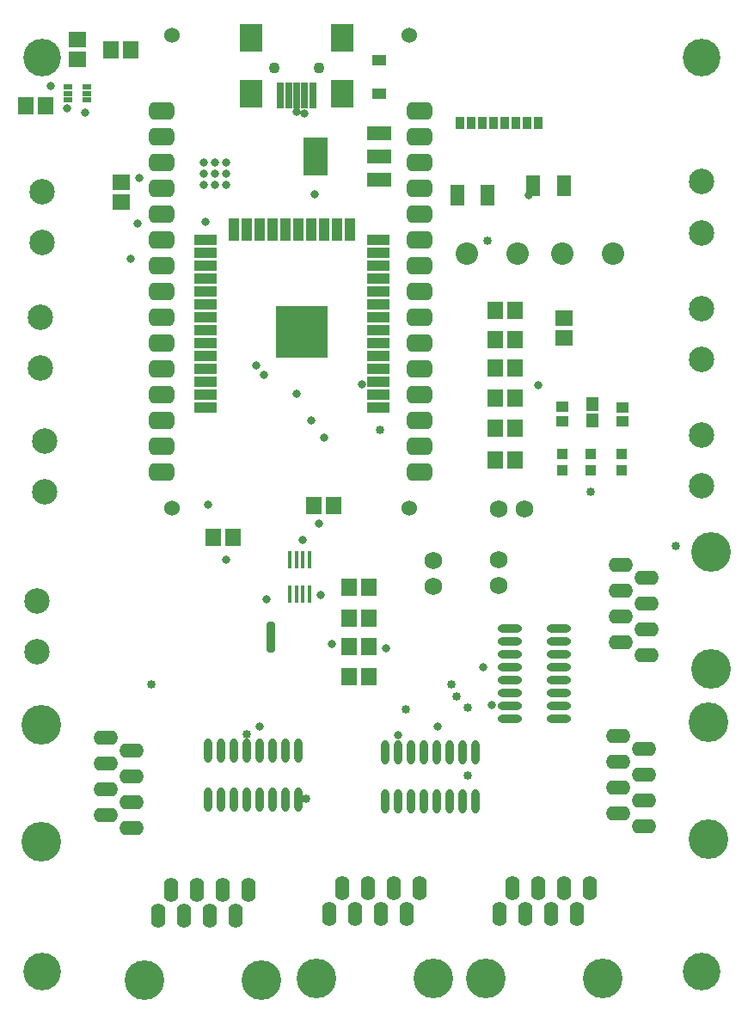
<source format=gts>
G04 Layer_Color=20142*
%FSLAX24Y24*%
%MOIN*%
G70*
G01*
G75*
%ADD34C,0.0600*%
%ADD67R,0.0690X0.0612*%
%ADD68R,0.0612X0.0690*%
%ADD69R,0.0340X0.0198*%
%ADD70O,0.0946X0.0316*%
%ADD71R,0.0173X0.0685*%
%ADD72R,0.0277X0.0986*%
%ADD73R,0.0867X0.1064*%
%ADD74R,0.0356X0.0454*%
%ADD75R,0.0950X0.1500*%
%ADD76R,0.0960X0.0560*%
%ADD77R,0.0533X0.0789*%
%ADD78R,0.0867X0.0434*%
%ADD79R,0.0434X0.0867*%
%ADD80R,0.2049X0.2049*%
%ADD81O,0.0316X0.0946*%
%ADD82R,0.0560X0.0438*%
%ADD83R,0.0415X0.0415*%
%ADD84R,0.0493X0.0434*%
%ADD85R,0.0493X0.0533*%
%ADD86C,0.0680*%
%ADD87O,0.0946X0.0552*%
%ADD88C,0.1537*%
%ADD89O,0.0552X0.0946*%
G04:AMPARAMS|DCode=90|XSize=68mil|YSize=98mil|CornerRadius=19mil|HoleSize=0mil|Usage=FLASHONLY|Rotation=270.000|XOffset=0mil|YOffset=0mil|HoleType=Round|Shape=RoundedRectangle|*
%AMROUNDEDRECTD90*
21,1,0.0680,0.0600,0,0,270.0*
21,1,0.0300,0.0980,0,0,270.0*
1,1,0.0380,-0.0300,-0.0150*
1,1,0.0380,-0.0300,0.0150*
1,1,0.0380,0.0300,0.0150*
1,1,0.0380,0.0300,-0.0150*
%
%ADD90ROUNDEDRECTD90*%
%ADD91C,0.0986*%
%ADD92C,0.0434*%
%ADD93C,0.1080*%
%ADD94C,0.0867*%
G04:AMPARAMS|DCode=95|XSize=31.5mil|YSize=118.1mil|CornerRadius=8.9mil|HoleSize=0mil|Usage=FLASHONLY|Rotation=0.000|XOffset=0mil|YOffset=0mil|HoleType=Round|Shape=RoundedRectangle|*
%AMROUNDEDRECTD95*
21,1,0.0315,0.1004,0,0,0.0*
21,1,0.0138,0.1181,0,0,0.0*
1,1,0.0177,0.0069,-0.0502*
1,1,0.0177,-0.0069,-0.0502*
1,1,0.0177,-0.0069,0.0502*
1,1,0.0177,0.0069,0.0502*
%
%ADD95ROUNDEDRECTD95*%
%ADD96C,0.0320*%
%ADD97C,0.1458*%
%ADD98C,0.0316*%
%ADD99C,0.0336*%
D34*
X16856Y29804D02*
D03*
X26052D02*
D03*
Y48135D02*
D03*
X16856D02*
D03*
D67*
X13189Y47943D02*
D03*
Y47175D02*
D03*
X32047Y36388D02*
D03*
Y37156D02*
D03*
X14882Y42431D02*
D03*
Y41663D02*
D03*
D68*
X11959Y45394D02*
D03*
X11191D02*
D03*
X19242Y28661D02*
D03*
X18474D02*
D03*
X15266Y47559D02*
D03*
X14498D02*
D03*
X23711Y24409D02*
D03*
X24478D02*
D03*
X22372Y29882D02*
D03*
X23140D02*
D03*
X23711Y25512D02*
D03*
X24478D02*
D03*
Y26732D02*
D03*
X23711D02*
D03*
X23711Y23268D02*
D03*
X24478D02*
D03*
X29380Y31654D02*
D03*
X30148D02*
D03*
X29380Y32874D02*
D03*
X30148D02*
D03*
X29380Y37441D02*
D03*
X30148D02*
D03*
X29380Y36339D02*
D03*
X30148D02*
D03*
X29380Y35236D02*
D03*
X30148D02*
D03*
X29380Y34055D02*
D03*
X30148D02*
D03*
D69*
X13551Y46122D02*
D03*
Y45866D02*
D03*
Y45610D02*
D03*
X12827D02*
D03*
Y45866D02*
D03*
Y46122D02*
D03*
D70*
X29961Y25136D02*
D03*
Y24636D02*
D03*
Y24136D02*
D03*
Y23636D02*
D03*
Y23136D02*
D03*
Y22636D02*
D03*
Y22136D02*
D03*
Y21636D02*
D03*
X31850Y25136D02*
D03*
Y24636D02*
D03*
Y24136D02*
D03*
Y23636D02*
D03*
Y23136D02*
D03*
Y22636D02*
D03*
Y22136D02*
D03*
Y21636D02*
D03*
D71*
X22195Y26457D02*
D03*
X21939D02*
D03*
X21683D02*
D03*
X21427D02*
D03*
Y27795D02*
D03*
X21683D02*
D03*
X21939D02*
D03*
X22195D02*
D03*
D72*
X21693Y45787D02*
D03*
X22008D02*
D03*
X21063D02*
D03*
X21378D02*
D03*
X22323D02*
D03*
D73*
X19941Y48032D02*
D03*
X23445D02*
D03*
X19941Y45866D02*
D03*
X23445D02*
D03*
D74*
X28031Y44724D02*
D03*
X28465D02*
D03*
X28898D02*
D03*
X29331D02*
D03*
X29764D02*
D03*
X30197D02*
D03*
X30630D02*
D03*
X31063D02*
D03*
D75*
X22431Y43425D02*
D03*
D76*
X24881Y44335D02*
D03*
Y43425D02*
D03*
Y42515D02*
D03*
D77*
X32047Y42283D02*
D03*
X30866D02*
D03*
X29094Y41929D02*
D03*
X27913D02*
D03*
D78*
X24854Y40182D02*
D03*
Y33682D02*
D03*
Y34182D02*
D03*
Y34682D02*
D03*
Y35182D02*
D03*
Y35682D02*
D03*
Y36182D02*
D03*
Y36682D02*
D03*
Y37182D02*
D03*
Y37682D02*
D03*
Y38182D02*
D03*
Y38682D02*
D03*
Y39182D02*
D03*
Y39682D02*
D03*
X18161D02*
D03*
Y39182D02*
D03*
Y38682D02*
D03*
Y38182D02*
D03*
Y37682D02*
D03*
Y37182D02*
D03*
Y36682D02*
D03*
Y36182D02*
D03*
Y35682D02*
D03*
Y35182D02*
D03*
Y34682D02*
D03*
Y34182D02*
D03*
Y33682D02*
D03*
Y40182D02*
D03*
D79*
X19757Y40576D02*
D03*
X20257D02*
D03*
X20757D02*
D03*
X21257D02*
D03*
X21757D02*
D03*
X22257D02*
D03*
X22757D02*
D03*
X23257Y40582D02*
D03*
X23757Y40576D02*
D03*
X19257D02*
D03*
D80*
X21884Y36632D02*
D03*
D81*
X21750Y20394D02*
D03*
X21250D02*
D03*
X20750D02*
D03*
X20250D02*
D03*
X19750D02*
D03*
X19250D02*
D03*
X18750D02*
D03*
X18250D02*
D03*
X21750Y18504D02*
D03*
X21250D02*
D03*
X20750D02*
D03*
X20250D02*
D03*
X19750D02*
D03*
X19250D02*
D03*
X18750D02*
D03*
X18250D02*
D03*
X28640Y20315D02*
D03*
X28140D02*
D03*
X27640D02*
D03*
X27140D02*
D03*
X26640D02*
D03*
X26140D02*
D03*
X25640D02*
D03*
X25140D02*
D03*
X28640Y18425D02*
D03*
X28140D02*
D03*
X27640D02*
D03*
X27140D02*
D03*
X26640D02*
D03*
X26140D02*
D03*
X25640D02*
D03*
X25140D02*
D03*
D82*
X24882Y47142D02*
D03*
Y45850D02*
D03*
D83*
X33110Y31890D02*
D03*
Y31260D02*
D03*
X32008Y31890D02*
D03*
Y31260D02*
D03*
X34291Y31890D02*
D03*
Y31260D02*
D03*
D84*
X32008Y33711D02*
D03*
Y33140D02*
D03*
X34331Y33691D02*
D03*
Y33159D02*
D03*
D85*
X33150Y33179D02*
D03*
Y33829D02*
D03*
D86*
X29539Y29764D02*
D03*
X30539D02*
D03*
X29528Y26783D02*
D03*
Y27783D02*
D03*
X27008Y26744D02*
D03*
Y27744D02*
D03*
D87*
X34248Y24577D02*
D03*
Y25577D02*
D03*
Y27577D02*
D03*
Y26577D02*
D03*
X35248Y27077D02*
D03*
Y26077D02*
D03*
Y24077D02*
D03*
Y25077D02*
D03*
X34169Y17963D02*
D03*
Y18963D02*
D03*
Y20963D02*
D03*
Y19963D02*
D03*
X35169Y20463D02*
D03*
Y19463D02*
D03*
Y17463D02*
D03*
Y18463D02*
D03*
X15280Y20384D02*
D03*
Y19384D02*
D03*
Y17384D02*
D03*
Y18384D02*
D03*
X14280Y17884D02*
D03*
Y18884D02*
D03*
Y20884D02*
D03*
Y19884D02*
D03*
D88*
X37748Y28091D02*
D03*
Y23563D02*
D03*
X33563Y11543D02*
D03*
X29035D02*
D03*
X26988D02*
D03*
X22461D02*
D03*
X20335Y11504D02*
D03*
X15807D02*
D03*
X37669Y21476D02*
D03*
Y16949D02*
D03*
X11780Y16870D02*
D03*
Y21398D02*
D03*
D89*
X30049Y15043D02*
D03*
X31049D02*
D03*
X33049D02*
D03*
X32049D02*
D03*
X32549Y14043D02*
D03*
X31549D02*
D03*
X29549D02*
D03*
X30549D02*
D03*
X23474Y15043D02*
D03*
X24474D02*
D03*
X26474D02*
D03*
X25474D02*
D03*
X25974Y14043D02*
D03*
X24974D02*
D03*
X22974D02*
D03*
X23974D02*
D03*
X16821Y15004D02*
D03*
X17821D02*
D03*
X19821D02*
D03*
X18821D02*
D03*
X19321Y14004D02*
D03*
X18321D02*
D03*
X16321D02*
D03*
X17321D02*
D03*
D90*
X16454Y44182D02*
D03*
X26454Y45182D02*
D03*
Y44182D02*
D03*
Y43182D02*
D03*
Y42182D02*
D03*
Y41182D02*
D03*
Y40182D02*
D03*
Y39182D02*
D03*
Y38182D02*
D03*
Y37182D02*
D03*
Y36182D02*
D03*
Y35182D02*
D03*
Y34182D02*
D03*
Y33182D02*
D03*
Y32182D02*
D03*
Y31182D02*
D03*
X16454Y45182D02*
D03*
Y43182D02*
D03*
Y42182D02*
D03*
Y41182D02*
D03*
Y40182D02*
D03*
Y39182D02*
D03*
Y38182D02*
D03*
Y37182D02*
D03*
Y36182D02*
D03*
Y35182D02*
D03*
Y34182D02*
D03*
Y33182D02*
D03*
Y32182D02*
D03*
Y31182D02*
D03*
D91*
X11811Y40079D02*
D03*
Y42047D02*
D03*
X11772Y35236D02*
D03*
Y37205D02*
D03*
X37402Y37520D02*
D03*
Y35551D02*
D03*
X11614Y26181D02*
D03*
Y24213D02*
D03*
X37402Y42441D02*
D03*
Y40472D02*
D03*
Y32638D02*
D03*
Y30669D02*
D03*
X11929Y30433D02*
D03*
Y32402D02*
D03*
D92*
X22559Y46870D02*
D03*
X20827D02*
D03*
D93*
X21884Y36632D02*
D03*
D94*
X30276Y39646D02*
D03*
X28306Y39661D02*
D03*
X33977Y39646D02*
D03*
X32007Y39661D02*
D03*
D95*
X20709Y24774D02*
D03*
D96*
X24213Y34606D02*
D03*
X31063Y34567D02*
D03*
X20433Y34961D02*
D03*
X20118Y35315D02*
D03*
X13504Y45118D02*
D03*
X12795Y45276D02*
D03*
X15512Y40827D02*
D03*
X15276Y39449D02*
D03*
X18268Y29921D02*
D03*
X18976Y27795D02*
D03*
X18150Y40906D02*
D03*
X15591Y42598D02*
D03*
X22402Y41968D02*
D03*
X29252Y22165D02*
D03*
X25630Y20984D02*
D03*
X22244Y33189D02*
D03*
X22756Y32520D02*
D03*
X21693Y34213D02*
D03*
X30709Y41929D02*
D03*
X21693Y45157D02*
D03*
X22008Y45079D02*
D03*
X22638Y26417D02*
D03*
X25157Y24370D02*
D03*
X22559Y29173D02*
D03*
X23071Y24528D02*
D03*
X20512Y26260D02*
D03*
X21929Y28543D02*
D03*
X20250Y21339D02*
D03*
X28937Y23622D02*
D03*
X27165Y21339D02*
D03*
X12165Y46142D02*
D03*
D97*
X37402Y47244D02*
D03*
X11811D02*
D03*
X37402Y11811D02*
D03*
X11811D02*
D03*
D98*
X20709Y25177D02*
D03*
Y24370D02*
D03*
X18110Y43189D02*
D03*
Y42756D02*
D03*
Y42323D02*
D03*
X18543Y43189D02*
D03*
Y42756D02*
D03*
Y42323D02*
D03*
X18976Y43189D02*
D03*
Y42756D02*
D03*
Y42323D02*
D03*
D99*
X29094Y40160D02*
D03*
X19750Y21010D02*
D03*
X22060Y18530D02*
D03*
X25940Y21990D02*
D03*
X27910Y22480D02*
D03*
X28330Y22060D02*
D03*
Y19430D02*
D03*
X16050Y22970D02*
D03*
X27680D02*
D03*
X24920Y32810D02*
D03*
X33110Y30433D02*
D03*
X36378Y28307D02*
D03*
M02*

</source>
